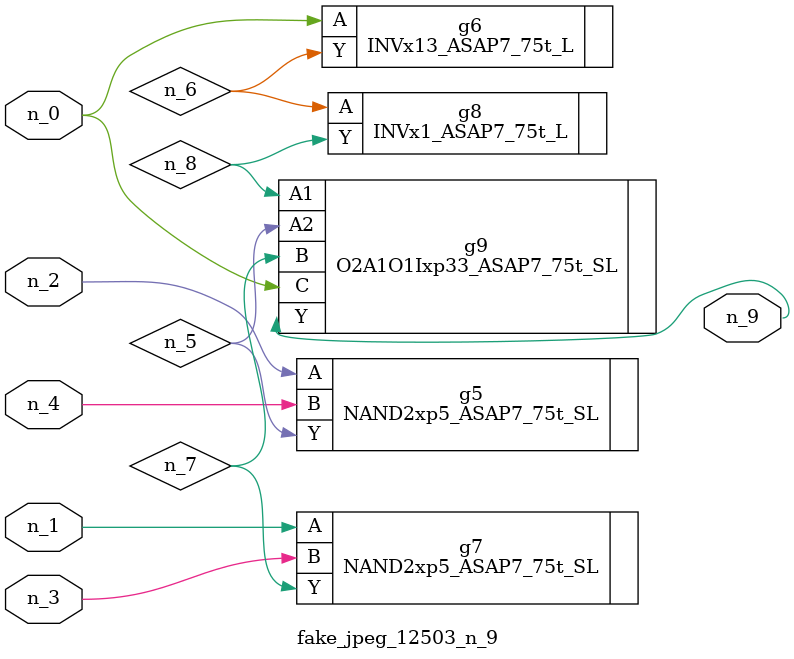
<source format=v>
module fake_jpeg_12503_n_9 (n_3, n_2, n_1, n_0, n_4, n_9);

input n_3;
input n_2;
input n_1;
input n_0;
input n_4;

output n_9;

wire n_8;
wire n_6;
wire n_5;
wire n_7;

NAND2xp5_ASAP7_75t_SL g5 ( 
.A(n_2),
.B(n_4),
.Y(n_5)
);

INVx13_ASAP7_75t_L g6 ( 
.A(n_0),
.Y(n_6)
);

NAND2xp5_ASAP7_75t_SL g7 ( 
.A(n_1),
.B(n_3),
.Y(n_7)
);

INVx1_ASAP7_75t_L g8 ( 
.A(n_6),
.Y(n_8)
);

O2A1O1Ixp33_ASAP7_75t_SL g9 ( 
.A1(n_8),
.A2(n_5),
.B(n_7),
.C(n_0),
.Y(n_9)
);


endmodule
</source>
